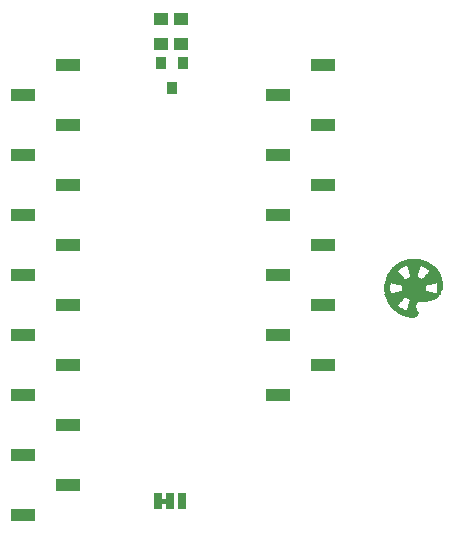
<source format=gbs>
G75*
%MOIN*%
%OFA0B0*%
%FSLAX25Y25*%
%IPPOS*%
%LPD*%
%AMOC8*
5,1,8,0,0,1.08239X$1,22.5*
%
%ADD10R,0.01800X0.00067*%
%ADD11R,0.02060X0.00066*%
%ADD12R,0.02800X0.00067*%
%ADD13R,0.03130X0.00067*%
%ADD14R,0.03400X0.00066*%
%ADD15R,0.03800X0.00067*%
%ADD16R,0.04000X0.00067*%
%ADD17R,0.04400X0.00066*%
%ADD18R,0.04530X0.00067*%
%ADD19R,0.04870X0.00067*%
%ADD20R,0.05000X0.00066*%
%ADD21R,0.05270X0.00067*%
%ADD22R,0.05400X0.00067*%
%ADD23R,0.05600X0.00066*%
%ADD24R,0.05660X0.00067*%
%ADD25R,0.05860X0.00067*%
%ADD26R,0.06070X0.00066*%
%ADD27R,0.06200X0.00067*%
%ADD28R,0.06400X0.00067*%
%ADD29R,0.06470X0.00066*%
%ADD30R,0.06600X0.00067*%
%ADD31R,0.06670X0.00067*%
%ADD32R,0.06800X0.00066*%
%ADD33R,0.06870X0.00067*%
%ADD34R,0.07070X0.00067*%
%ADD35R,0.07140X0.00066*%
%ADD36R,0.07200X0.00067*%
%ADD37R,0.07270X0.00067*%
%ADD38R,0.07400X0.00066*%
%ADD39R,0.07400X0.00067*%
%ADD40R,0.07470X0.00067*%
%ADD41R,0.07530X0.00066*%
%ADD42R,0.03660X0.00067*%
%ADD43R,0.03600X0.00067*%
%ADD44R,0.03540X0.00067*%
%ADD45R,0.03530X0.00066*%
%ADD46R,0.03470X0.00066*%
%ADD47R,0.03530X0.00067*%
%ADD48R,0.03470X0.00067*%
%ADD49R,0.03400X0.00067*%
%ADD50R,0.03340X0.00066*%
%ADD51R,0.03260X0.00067*%
%ADD52R,0.03270X0.00067*%
%ADD53R,0.03200X0.00067*%
%ADD54R,0.03140X0.00066*%
%ADD55R,0.03200X0.00066*%
%ADD56R,0.03060X0.00067*%
%ADD57R,0.03070X0.00067*%
%ADD58R,0.03000X0.00066*%
%ADD59R,0.02940X0.00066*%
%ADD60R,0.02930X0.00067*%
%ADD61R,0.02940X0.00067*%
%ADD62R,0.02870X0.00067*%
%ADD63R,0.02800X0.00066*%
%ADD64R,0.02730X0.00066*%
%ADD65R,0.02730X0.00067*%
%ADD66R,0.02600X0.00066*%
%ADD67R,0.02670X0.00067*%
%ADD68R,0.02600X0.00067*%
%ADD69R,0.02660X0.00067*%
%ADD70R,0.02670X0.00066*%
%ADD71R,0.02530X0.00067*%
%ADD72R,0.02470X0.00067*%
%ADD73R,0.02470X0.00066*%
%ADD74R,0.02400X0.00067*%
%ADD75R,0.02460X0.00066*%
%ADD76R,0.02460X0.00067*%
%ADD77R,0.02740X0.00067*%
%ADD78R,0.02400X0.00066*%
%ADD79R,0.03330X0.00066*%
%ADD80R,0.03600X0.00066*%
%ADD81R,0.02530X0.00066*%
%ADD82R,0.03670X0.00067*%
%ADD83R,0.03930X0.00066*%
%ADD84R,0.04140X0.00067*%
%ADD85R,0.04200X0.00066*%
%ADD86R,0.04330X0.00067*%
%ADD87R,0.04400X0.00067*%
%ADD88R,0.03000X0.00067*%
%ADD89R,0.04530X0.00066*%
%ADD90R,0.04600X0.00067*%
%ADD91R,0.04670X0.00067*%
%ADD92R,0.06130X0.00067*%
%ADD93R,0.04800X0.00066*%
%ADD94R,0.06330X0.00066*%
%ADD95R,0.04930X0.00067*%
%ADD96R,0.06800X0.00067*%
%ADD97R,0.05000X0.00067*%
%ADD98R,0.06940X0.00067*%
%ADD99R,0.07200X0.00066*%
%ADD100R,0.05200X0.00067*%
%ADD101R,0.07330X0.00067*%
%ADD102R,0.05340X0.00067*%
%ADD103R,0.07530X0.00067*%
%ADD104R,0.05400X0.00066*%
%ADD105R,0.07670X0.00066*%
%ADD106R,0.05470X0.00067*%
%ADD107R,0.07870X0.00067*%
%ADD108R,0.05540X0.00067*%
%ADD109R,0.08200X0.00067*%
%ADD110R,0.05660X0.00066*%
%ADD111R,0.08400X0.00066*%
%ADD112R,0.05800X0.00067*%
%ADD113R,0.08800X0.00067*%
%ADD114R,0.05870X0.00067*%
%ADD115R,0.09000X0.00067*%
%ADD116R,0.05930X0.00066*%
%ADD117R,0.09200X0.00066*%
%ADD118R,0.06000X0.00067*%
%ADD119R,0.09460X0.00067*%
%ADD120R,0.06140X0.00067*%
%ADD121R,0.09670X0.00067*%
%ADD122R,0.06200X0.00066*%
%ADD123R,0.09800X0.00066*%
%ADD124R,0.06260X0.00067*%
%ADD125R,0.10070X0.00067*%
%ADD126R,0.06330X0.00067*%
%ADD127R,0.10200X0.00067*%
%ADD128R,0.06400X0.00066*%
%ADD129R,0.10330X0.00066*%
%ADD130R,0.06460X0.00067*%
%ADD131R,0.10530X0.00067*%
%ADD132R,0.17270X0.00067*%
%ADD133R,0.17400X0.00066*%
%ADD134R,0.17540X0.00067*%
%ADD135R,0.17600X0.00067*%
%ADD136R,0.17670X0.00066*%
%ADD137R,0.17740X0.00067*%
%ADD138R,0.17860X0.00066*%
%ADD139R,0.17930X0.00067*%
%ADD140R,0.18000X0.00067*%
%ADD141R,0.18000X0.00066*%
%ADD142R,0.18130X0.00067*%
%ADD143R,0.18200X0.00067*%
%ADD144R,0.18340X0.00066*%
%ADD145R,0.18400X0.00067*%
%ADD146R,0.01870X0.00066*%
%ADD147R,0.14860X0.00066*%
%ADD148R,0.01200X0.00066*%
%ADD149R,0.01870X0.00067*%
%ADD150R,0.14460X0.00067*%
%ADD151R,0.01270X0.00067*%
%ADD152R,0.13940X0.00067*%
%ADD153R,0.01200X0.00067*%
%ADD154R,0.01800X0.00066*%
%ADD155R,0.13140X0.00066*%
%ADD156R,0.12600X0.00067*%
%ADD157R,0.01330X0.00067*%
%ADD158R,0.12200X0.00067*%
%ADD159R,0.01860X0.00066*%
%ADD160R,0.11660X0.00066*%
%ADD161R,0.01330X0.00066*%
%ADD162R,0.01860X0.00067*%
%ADD163R,0.10860X0.00067*%
%ADD164R,0.10340X0.00067*%
%ADD165R,0.01400X0.00067*%
%ADD166R,0.09940X0.00066*%
%ADD167R,0.01460X0.00066*%
%ADD168R,0.01930X0.00067*%
%ADD169R,0.09540X0.00067*%
%ADD170R,0.01460X0.00067*%
%ADD171R,0.08600X0.00067*%
%ADD172R,0.01470X0.00067*%
%ADD173R,0.08200X0.00066*%
%ADD174R,0.01470X0.00066*%
%ADD175R,0.07660X0.00067*%
%ADD176R,0.01540X0.00067*%
%ADD177R,0.07600X0.00067*%
%ADD178R,0.07600X0.00066*%
%ADD179R,0.01540X0.00066*%
%ADD180R,0.01600X0.00067*%
%ADD181R,0.01530X0.00067*%
%ADD182R,0.07730X0.00066*%
%ADD183R,0.01530X0.00066*%
%ADD184R,0.07730X0.00067*%
%ADD185R,0.07800X0.00067*%
%ADD186R,0.07800X0.00066*%
%ADD187R,0.01600X0.00066*%
%ADD188R,0.01670X0.00067*%
%ADD189R,0.01670X0.00066*%
%ADD190R,0.01730X0.00067*%
%ADD191R,0.01730X0.00066*%
%ADD192R,0.07660X0.00066*%
%ADD193R,0.07940X0.00067*%
%ADD194R,0.08340X0.00066*%
%ADD195R,0.08860X0.00067*%
%ADD196R,0.09660X0.00067*%
%ADD197R,0.10200X0.00066*%
%ADD198R,0.01930X0.00066*%
%ADD199R,0.10600X0.00067*%
%ADD200R,0.11140X0.00067*%
%ADD201R,0.11940X0.00066*%
%ADD202R,0.12340X0.00067*%
%ADD203R,0.12860X0.00067*%
%ADD204R,0.13330X0.00066*%
%ADD205R,0.14200X0.00067*%
%ADD206R,0.14600X0.00067*%
%ADD207R,0.02000X0.00067*%
%ADD208R,0.15140X0.00066*%
%ADD209R,0.02000X0.00066*%
%ADD210R,0.19270X0.00067*%
%ADD211R,0.19270X0.00066*%
%ADD212R,0.19200X0.00067*%
%ADD213R,0.19200X0.00066*%
%ADD214R,0.19060X0.00067*%
%ADD215R,0.19000X0.00066*%
%ADD216R,0.18940X0.00067*%
%ADD217R,0.18940X0.00066*%
%ADD218R,0.18870X0.00066*%
%ADD219R,0.05260X0.00067*%
%ADD220R,0.06730X0.00067*%
%ADD221R,0.06670X0.00066*%
%ADD222R,0.04860X0.00067*%
%ADD223R,0.06140X0.00066*%
%ADD224R,0.04460X0.00066*%
%ADD225R,0.04200X0.00067*%
%ADD226R,0.05930X0.00067*%
%ADD227R,0.05870X0.00066*%
%ADD228R,0.03800X0.00066*%
%ADD229R,0.06070X0.00067*%
%ADD230R,0.02340X0.00067*%
%ADD231R,0.02200X0.00066*%
%ADD232R,0.02200X0.00067*%
%ADD233R,0.05600X0.00067*%
%ADD234R,0.02270X0.00067*%
%ADD235R,0.05530X0.00067*%
%ADD236R,0.05060X0.00066*%
%ADD237R,0.02340X0.00066*%
%ADD238R,0.05130X0.00066*%
%ADD239R,0.05070X0.00067*%
%ADD240R,0.04740X0.00067*%
%ADD241R,0.04070X0.00067*%
%ADD242R,0.03860X0.00066*%
%ADD243R,0.02860X0.00066*%
%ADD244R,0.04260X0.00066*%
%ADD245R,0.02860X0.00067*%
%ADD246R,0.02930X0.00066*%
%ADD247R,0.03330X0.00067*%
%ADD248R,0.03730X0.00067*%
%ADD249R,0.03260X0.00066*%
%ADD250R,0.03140X0.00067*%
%ADD251R,0.02540X0.00067*%
%ADD252R,0.03540X0.00066*%
%ADD253R,0.03660X0.00066*%
%ADD254R,0.03130X0.00066*%
%ADD255R,0.02870X0.00066*%
%ADD256R,0.03870X0.00066*%
%ADD257R,0.03940X0.00067*%
%ADD258R,0.04060X0.00066*%
%ADD259R,0.04060X0.00067*%
%ADD260R,0.04130X0.00067*%
%ADD261R,0.03730X0.00066*%
%ADD262R,0.03460X0.00067*%
%ADD263R,0.04270X0.00067*%
%ADD264R,0.04340X0.00067*%
%ADD265R,0.04340X0.00066*%
%ADD266R,0.04460X0.00067*%
%ADD267R,0.12470X0.00066*%
%ADD268R,0.12270X0.00067*%
%ADD269R,0.12130X0.00067*%
%ADD270R,0.12000X0.00066*%
%ADD271R,0.11730X0.00067*%
%ADD272R,0.11600X0.00067*%
%ADD273R,0.11330X0.00066*%
%ADD274R,0.11200X0.00067*%
%ADD275R,0.10930X0.00067*%
%ADD276R,0.10800X0.00066*%
%ADD277R,0.10470X0.00067*%
%ADD278R,0.10330X0.00067*%
%ADD279R,0.10070X0.00066*%
%ADD280R,0.09870X0.00067*%
%ADD281R,0.09530X0.00067*%
%ADD282R,0.09330X0.00066*%
%ADD283R,0.09200X0.00067*%
%ADD284R,0.08670X0.00066*%
%ADD285R,0.08140X0.00067*%
%ADD286R,0.08000X0.00067*%
%ADD287R,0.07340X0.00067*%
%ADD288R,0.06540X0.00066*%
%ADD289R,0.08274X0.04337*%
%ADD290R,0.03550X0.03943*%
%ADD291R,0.04731X0.04337*%
%ADD292R,0.02900X0.05400*%
%ADD293C,0.00500*%
D10*
X0183650Y0109506D03*
X0183650Y0109573D03*
X0183520Y0110706D03*
X0183520Y0110773D03*
X0183520Y0110906D03*
X0183520Y0110973D03*
X0183520Y0111106D03*
X0183520Y0111173D03*
X0183520Y0111306D03*
X0183520Y0111373D03*
X0183650Y0112506D03*
X0183650Y0112573D03*
X0191920Y0101373D03*
X0201120Y0111306D03*
X0201120Y0111373D03*
X0201120Y0111506D03*
X0201120Y0111573D03*
D11*
X0191920Y0101440D03*
D12*
X0191690Y0101506D03*
X0191750Y0104373D03*
X0186490Y0104506D03*
X0186420Y0104573D03*
X0185690Y0116573D03*
X0186490Y0117573D03*
X0199150Y0116773D03*
X0199150Y0116706D03*
D13*
X0198385Y0117506D03*
X0187055Y0117973D03*
X0191655Y0101573D03*
D14*
X0191590Y0101640D03*
X0191850Y0103840D03*
X0192320Y0116840D03*
X0187450Y0118240D03*
D15*
X0188050Y0118573D03*
X0185790Y0115906D03*
X0192320Y0117506D03*
X0192320Y0117573D03*
X0197120Y0118373D03*
X0197250Y0118306D03*
X0199050Y0116106D03*
X0185790Y0106173D03*
X0188050Y0103506D03*
X0191450Y0101706D03*
D16*
X0191420Y0101773D03*
X0185820Y0106306D03*
X0192350Y0114373D03*
X0192350Y0117773D03*
X0196890Y0118506D03*
X0199020Y0115973D03*
X0185820Y0115773D03*
D17*
X0185890Y0115440D03*
X0191290Y0101840D03*
D18*
X0191285Y0101906D03*
D19*
X0191185Y0101973D03*
D20*
X0191190Y0102040D03*
X0185990Y0107040D03*
X0192320Y0114040D03*
X0192450Y0120440D03*
D21*
X0198785Y0115106D03*
X0191055Y0102106D03*
D22*
X0191050Y0102173D03*
D23*
X0190950Y0102240D03*
X0186090Y0114640D03*
X0198750Y0114840D03*
D24*
X0198720Y0114773D03*
X0190920Y0102306D03*
X0186120Y0114573D03*
D25*
X0192420Y0120306D03*
X0190820Y0102373D03*
D26*
X0190785Y0102440D03*
D27*
X0190790Y0102506D03*
X0198590Y0114373D03*
D28*
X0190690Y0102573D03*
D29*
X0190655Y0102640D03*
D30*
X0190590Y0102706D03*
X0186320Y0113906D03*
X0198520Y0114106D03*
D31*
X0190555Y0102773D03*
D32*
X0190490Y0102840D03*
D33*
X0190455Y0102906D03*
D34*
X0190355Y0102973D03*
D35*
X0190320Y0103040D03*
D36*
X0190290Y0103106D03*
D37*
X0190255Y0103173D03*
D38*
X0190190Y0103240D03*
D39*
X0190120Y0103306D03*
D40*
X0190085Y0103373D03*
D41*
X0189985Y0103440D03*
X0192455Y0120040D03*
D42*
X0192320Y0117306D03*
X0192320Y0117173D03*
X0187920Y0118506D03*
X0191920Y0103506D03*
D43*
X0187890Y0103573D03*
X0192350Y0117106D03*
X0197490Y0118173D03*
D44*
X0192320Y0116973D03*
X0192320Y0116906D03*
X0192320Y0114506D03*
X0191920Y0103573D03*
D45*
X0187785Y0103640D03*
D46*
X0191885Y0103640D03*
X0197685Y0118040D03*
D47*
X0197585Y0118106D03*
X0185785Y0105973D03*
X0187655Y0103706D03*
D48*
X0187555Y0103773D03*
X0191885Y0103706D03*
X0185755Y0116106D03*
X0187685Y0118373D03*
X0199085Y0116306D03*
D49*
X0199120Y0116373D03*
X0197850Y0117906D03*
X0197790Y0117973D03*
X0192320Y0116773D03*
X0185790Y0105906D03*
X0191920Y0103773D03*
D50*
X0187420Y0103840D03*
D51*
X0187320Y0103906D03*
X0192320Y0114573D03*
X0192320Y0116573D03*
D52*
X0187255Y0118106D03*
X0198055Y0117773D03*
X0192655Y0106706D03*
X0191855Y0103906D03*
D53*
X0191820Y0103973D03*
X0187220Y0103973D03*
X0185750Y0105773D03*
X0192350Y0116373D03*
X0192350Y0116506D03*
X0198150Y0117706D03*
D54*
X0192320Y0116440D03*
X0192320Y0116240D03*
X0187120Y0104040D03*
D55*
X0191820Y0104040D03*
X0192620Y0106640D03*
X0198220Y0117640D03*
X0187150Y0118040D03*
D56*
X0198620Y0117306D03*
X0191820Y0104173D03*
X0191820Y0104106D03*
X0187020Y0104106D03*
D57*
X0186955Y0104173D03*
X0185755Y0105706D03*
X0192355Y0116173D03*
X0186955Y0117906D03*
X0198555Y0117373D03*
X0199155Y0116573D03*
D58*
X0198650Y0117240D03*
X0192320Y0114640D03*
X0186850Y0117840D03*
X0185720Y0105640D03*
X0186850Y0104240D03*
D59*
X0191820Y0104240D03*
D60*
X0186755Y0104306D03*
X0185685Y0105573D03*
X0198755Y0117173D03*
X0198955Y0116973D03*
D61*
X0198820Y0117106D03*
X0192420Y0106506D03*
X0191820Y0104306D03*
D62*
X0186655Y0104373D03*
X0186655Y0117706D03*
X0198985Y0116906D03*
D63*
X0199090Y0116840D03*
X0192420Y0106440D03*
X0186550Y0104440D03*
X0186350Y0104640D03*
D64*
X0191785Y0104440D03*
X0186385Y0117440D03*
D65*
X0186455Y0117506D03*
X0191785Y0104573D03*
X0191785Y0104506D03*
D66*
X0191790Y0104640D03*
X0191790Y0104840D03*
X0192250Y0106240D03*
X0185920Y0105040D03*
X0192320Y0115440D03*
D67*
X0186085Y0117173D03*
X0186285Y0104706D03*
X0192285Y0106306D03*
D68*
X0192190Y0106173D03*
X0191790Y0104773D03*
X0191790Y0104706D03*
X0185990Y0104973D03*
X0192320Y0114706D03*
X0192320Y0115373D03*
X0192320Y0115506D03*
X0192320Y0115573D03*
X0185990Y0117106D03*
D69*
X0186220Y0117306D03*
X0186220Y0104773D03*
D70*
X0186155Y0104840D03*
X0185685Y0105440D03*
X0185685Y0116640D03*
X0186155Y0117240D03*
X0192355Y0115640D03*
D71*
X0192355Y0115306D03*
X0185885Y0116973D03*
X0185685Y0116706D03*
X0185685Y0105373D03*
X0185885Y0105106D03*
X0186085Y0104906D03*
X0191755Y0104906D03*
X0192085Y0105973D03*
X0192155Y0106106D03*
D72*
X0192055Y0105906D03*
X0191985Y0105773D03*
X0191785Y0105106D03*
X0191785Y0104973D03*
X0185785Y0105173D03*
D73*
X0191785Y0105040D03*
X0191855Y0105240D03*
X0192055Y0105840D03*
D74*
X0191950Y0105706D03*
X0191950Y0105573D03*
X0191890Y0105373D03*
X0191890Y0105306D03*
X0191820Y0105173D03*
X0192350Y0115106D03*
X0192420Y0120706D03*
D75*
X0192320Y0115240D03*
X0191920Y0105440D03*
X0185720Y0105240D03*
D76*
X0185720Y0105306D03*
X0191920Y0105506D03*
X0192320Y0115173D03*
X0185720Y0116773D03*
D77*
X0186320Y0117373D03*
X0192320Y0115773D03*
X0192320Y0115706D03*
X0192320Y0106373D03*
X0185720Y0105506D03*
D78*
X0191950Y0105640D03*
D79*
X0185755Y0105840D03*
X0197955Y0117840D03*
D80*
X0199090Y0116240D03*
X0187820Y0118440D03*
X0185750Y0116040D03*
X0185750Y0106040D03*
D81*
X0192155Y0106040D03*
X0185755Y0116840D03*
X0185955Y0117040D03*
D82*
X0185785Y0115973D03*
X0185785Y0106106D03*
D83*
X0185785Y0106240D03*
X0199055Y0116040D03*
D84*
X0199020Y0115906D03*
X0185820Y0106373D03*
D85*
X0185850Y0106440D03*
X0185850Y0115640D03*
X0192320Y0118040D03*
X0192320Y0118240D03*
D86*
X0185855Y0115573D03*
X0185855Y0106506D03*
X0198985Y0115706D03*
X0198985Y0115773D03*
D87*
X0192350Y0120506D03*
X0185890Y0115506D03*
X0185890Y0106573D03*
D88*
X0192520Y0106573D03*
X0192320Y0116106D03*
X0186790Y0117773D03*
X0185720Y0116373D03*
D89*
X0185885Y0106640D03*
X0198955Y0115640D03*
D90*
X0192320Y0118573D03*
X0185920Y0115373D03*
X0185920Y0106706D03*
D91*
X0185955Y0106773D03*
X0192355Y0114173D03*
X0185955Y0115306D03*
X0198955Y0115573D03*
D92*
X0194155Y0106773D03*
D93*
X0185950Y0106840D03*
X0185950Y0115240D03*
X0198890Y0115440D03*
D94*
X0194255Y0106840D03*
D95*
X0185955Y0106906D03*
X0185955Y0115173D03*
X0198885Y0115373D03*
D96*
X0198490Y0113906D03*
X0194550Y0106906D03*
D97*
X0185990Y0106973D03*
X0185990Y0115106D03*
D98*
X0194620Y0106973D03*
D99*
X0194750Y0107040D03*
D100*
X0192350Y0113973D03*
X0186020Y0114973D03*
X0186020Y0107106D03*
X0198820Y0115173D03*
D101*
X0194885Y0107106D03*
D102*
X0186020Y0107173D03*
X0186020Y0114906D03*
D103*
X0194985Y0107173D03*
D104*
X0198790Y0115040D03*
X0186050Y0114840D03*
X0186050Y0107240D03*
D105*
X0195055Y0107240D03*
D106*
X0186085Y0107306D03*
X0186085Y0114773D03*
D107*
X0195085Y0107306D03*
D108*
X0186120Y0107373D03*
X0186120Y0114706D03*
D109*
X0195050Y0107373D03*
D110*
X0186120Y0107440D03*
D111*
X0195020Y0107440D03*
D112*
X0198720Y0114706D03*
X0186120Y0114506D03*
X0186120Y0107506D03*
D113*
X0195020Y0107506D03*
X0192490Y0119773D03*
D114*
X0186155Y0107573D03*
D115*
X0194990Y0107573D03*
D116*
X0186185Y0107640D03*
D117*
X0195020Y0107640D03*
D118*
X0186220Y0107706D03*
X0186220Y0114306D03*
D119*
X0195020Y0107706D03*
D120*
X0186220Y0107773D03*
D121*
X0194985Y0107773D03*
D122*
X0186250Y0107840D03*
D123*
X0194990Y0107840D03*
D124*
X0186220Y0107906D03*
X0186220Y0114173D03*
D125*
X0194985Y0107906D03*
D126*
X0198585Y0114306D03*
X0186255Y0114106D03*
X0186255Y0107973D03*
D127*
X0194990Y0107973D03*
D128*
X0198550Y0114240D03*
X0186290Y0114040D03*
X0186290Y0108040D03*
D129*
X0194985Y0108040D03*
D130*
X0198520Y0114173D03*
X0186320Y0113973D03*
X0186320Y0108106D03*
D131*
X0194955Y0108106D03*
D132*
X0191655Y0108173D03*
D133*
X0191720Y0108240D03*
D134*
X0191720Y0108306D03*
D135*
X0191750Y0108373D03*
D136*
X0191785Y0108440D03*
D137*
X0191820Y0108506D03*
X0191820Y0108573D03*
D138*
X0191820Y0108640D03*
D139*
X0191855Y0108706D03*
D140*
X0191890Y0108773D03*
D141*
X0191890Y0108840D03*
D142*
X0191885Y0108906D03*
D143*
X0191920Y0108973D03*
D144*
X0191920Y0109040D03*
D145*
X0191950Y0109106D03*
X0191950Y0109173D03*
D146*
X0183685Y0109240D03*
X0183555Y0110040D03*
X0183555Y0110240D03*
X0183555Y0110440D03*
X0183555Y0110640D03*
X0183555Y0111440D03*
X0183555Y0111640D03*
X0183555Y0111840D03*
X0183555Y0112040D03*
X0183685Y0112840D03*
X0201085Y0112040D03*
X0201085Y0111840D03*
D147*
X0192320Y0109240D03*
D148*
X0200620Y0109240D03*
X0200690Y0109440D03*
D149*
X0201085Y0111706D03*
X0201085Y0111773D03*
X0201085Y0111906D03*
X0201085Y0111973D03*
X0201085Y0112106D03*
X0183685Y0112706D03*
X0183685Y0112773D03*
X0183555Y0111973D03*
X0183555Y0111906D03*
X0183555Y0111773D03*
X0183555Y0111706D03*
X0183555Y0111573D03*
X0183555Y0111506D03*
X0183555Y0110573D03*
X0183555Y0110506D03*
X0183555Y0110373D03*
X0183555Y0110306D03*
X0183555Y0110173D03*
X0183555Y0110106D03*
X0183685Y0109373D03*
X0183685Y0109306D03*
D150*
X0192320Y0109306D03*
D151*
X0200655Y0109306D03*
D152*
X0192320Y0109373D03*
D153*
X0200690Y0109373D03*
D154*
X0201120Y0111240D03*
X0201120Y0111440D03*
X0201120Y0111640D03*
X0183650Y0112440D03*
X0183650Y0112640D03*
X0183520Y0111240D03*
X0183520Y0111040D03*
X0183520Y0110840D03*
X0183650Y0109440D03*
D155*
X0192320Y0109440D03*
D156*
X0192320Y0109506D03*
D157*
X0200685Y0109506D03*
X0200755Y0109573D03*
X0200755Y0109706D03*
D158*
X0192320Y0109573D03*
D159*
X0183620Y0109640D03*
X0183620Y0109840D03*
X0183620Y0112240D03*
D160*
X0192320Y0109640D03*
D161*
X0200755Y0109640D03*
D162*
X0183620Y0109706D03*
X0183620Y0109773D03*
X0183620Y0112306D03*
X0183620Y0112373D03*
D163*
X0192320Y0109706D03*
D164*
X0192320Y0109773D03*
D165*
X0200790Y0109773D03*
D166*
X0192320Y0109840D03*
D167*
X0200820Y0109840D03*
D168*
X0201055Y0112173D03*
X0201055Y0112306D03*
X0201055Y0112373D03*
X0201055Y0112506D03*
X0201055Y0112573D03*
X0201055Y0112706D03*
X0183585Y0112173D03*
X0183585Y0112106D03*
X0183585Y0109973D03*
X0183585Y0109906D03*
D169*
X0192320Y0109906D03*
D170*
X0200820Y0109906D03*
D171*
X0192320Y0109973D03*
D172*
X0200885Y0109973D03*
D173*
X0192320Y0110040D03*
D174*
X0200885Y0110040D03*
D175*
X0192320Y0110106D03*
X0192320Y0110306D03*
X0192320Y0110373D03*
X0192320Y0111706D03*
X0192320Y0111773D03*
D176*
X0200920Y0110173D03*
X0200920Y0110106D03*
D177*
X0192350Y0110173D03*
X0192350Y0111906D03*
D178*
X0192350Y0111840D03*
X0192350Y0110240D03*
D179*
X0200920Y0110240D03*
D180*
X0200950Y0110306D03*
X0201020Y0110573D03*
X0201020Y0110706D03*
D181*
X0200985Y0110506D03*
X0200985Y0110373D03*
D182*
X0192355Y0110440D03*
D183*
X0200985Y0110440D03*
D184*
X0192355Y0110506D03*
X0192355Y0111573D03*
D185*
X0192320Y0111506D03*
X0192320Y0111373D03*
X0192320Y0111306D03*
X0192320Y0111173D03*
X0192320Y0111106D03*
X0192320Y0110973D03*
X0192320Y0110906D03*
X0192320Y0110773D03*
X0192320Y0110706D03*
X0192320Y0110573D03*
D186*
X0192320Y0110640D03*
X0192320Y0110840D03*
X0192320Y0111040D03*
X0192320Y0111240D03*
X0192320Y0111440D03*
D187*
X0201020Y0110640D03*
D188*
X0201055Y0110773D03*
X0201055Y0110906D03*
D189*
X0201055Y0110840D03*
D190*
X0201085Y0110973D03*
X0201085Y0111106D03*
X0201085Y0111173D03*
D191*
X0201085Y0111040D03*
D192*
X0192320Y0111640D03*
D193*
X0192320Y0111973D03*
D194*
X0192320Y0112040D03*
D195*
X0192320Y0112106D03*
D196*
X0192320Y0112173D03*
D197*
X0192320Y0112240D03*
D198*
X0201055Y0112240D03*
X0201055Y0112440D03*
X0201055Y0112640D03*
D199*
X0192320Y0112306D03*
D200*
X0192320Y0112373D03*
D201*
X0192320Y0112440D03*
D202*
X0192320Y0112506D03*
D203*
X0192320Y0112573D03*
D204*
X0192355Y0112640D03*
D205*
X0192320Y0112706D03*
D206*
X0192320Y0112773D03*
D207*
X0201020Y0112773D03*
D208*
X0192320Y0112840D03*
D209*
X0201020Y0112840D03*
D210*
X0192385Y0112906D03*
X0192385Y0112973D03*
D211*
X0192385Y0113040D03*
D212*
X0192420Y0113106D03*
X0192420Y0113173D03*
D213*
X0192420Y0113240D03*
D214*
X0192420Y0113306D03*
X0192420Y0113373D03*
D215*
X0192390Y0113440D03*
D216*
X0192420Y0113506D03*
X0192420Y0113573D03*
X0192420Y0113706D03*
X0192420Y0113773D03*
D217*
X0192420Y0113640D03*
D218*
X0192455Y0113840D03*
D219*
X0192320Y0113906D03*
D220*
X0198455Y0113973D03*
X0192455Y0120173D03*
D221*
X0198485Y0114040D03*
D222*
X0192320Y0114106D03*
D223*
X0186220Y0114240D03*
X0198620Y0114440D03*
D224*
X0192320Y0114240D03*
D225*
X0192320Y0114306D03*
X0192320Y0118106D03*
X0192320Y0118173D03*
D226*
X0186185Y0114373D03*
X0198655Y0114573D03*
D227*
X0198685Y0114640D03*
X0186155Y0114440D03*
D228*
X0192320Y0114440D03*
X0192320Y0117440D03*
D229*
X0198655Y0114506D03*
D230*
X0192320Y0114773D03*
D231*
X0192320Y0114840D03*
D232*
X0192320Y0114906D03*
D233*
X0192420Y0120373D03*
X0198750Y0114906D03*
D234*
X0192355Y0114973D03*
D235*
X0198785Y0114973D03*
D236*
X0186020Y0115040D03*
D237*
X0192320Y0115040D03*
D238*
X0198855Y0115240D03*
D239*
X0198885Y0115306D03*
D240*
X0198920Y0115506D03*
D241*
X0192385Y0120573D03*
X0185855Y0115706D03*
D242*
X0185820Y0115840D03*
X0197020Y0118440D03*
D243*
X0192320Y0115840D03*
D244*
X0199020Y0115840D03*
D245*
X0192320Y0115906D03*
X0192320Y0115973D03*
X0185720Y0116506D03*
D246*
X0185685Y0116440D03*
X0192355Y0116040D03*
X0192355Y0120640D03*
X0198885Y0117040D03*
X0199155Y0116640D03*
D247*
X0192355Y0116706D03*
X0187355Y0118173D03*
X0185755Y0116173D03*
D248*
X0192355Y0117373D03*
X0199085Y0116173D03*
D249*
X0199120Y0116440D03*
X0192320Y0116640D03*
X0185720Y0116240D03*
D250*
X0185720Y0116306D03*
X0192320Y0116306D03*
X0198320Y0117573D03*
X0199120Y0116506D03*
D251*
X0185820Y0116906D03*
D252*
X0192320Y0117040D03*
D253*
X0192320Y0117240D03*
D254*
X0198455Y0117440D03*
D255*
X0186585Y0117640D03*
D256*
X0192355Y0117640D03*
D257*
X0192320Y0117706D03*
D258*
X0192320Y0117840D03*
D259*
X0192320Y0117906D03*
D260*
X0192355Y0117973D03*
X0196755Y0118573D03*
D261*
X0197355Y0118240D03*
D262*
X0187620Y0118306D03*
D263*
X0192355Y0118306D03*
D264*
X0192320Y0118373D03*
D265*
X0192320Y0118440D03*
D266*
X0192320Y0118506D03*
D267*
X0192455Y0118640D03*
D268*
X0192485Y0118706D03*
D269*
X0192485Y0118773D03*
D270*
X0192490Y0118840D03*
D271*
X0192485Y0118906D03*
D272*
X0192490Y0118973D03*
D273*
X0192485Y0119040D03*
D274*
X0192490Y0119106D03*
D275*
X0192485Y0119173D03*
D276*
X0192490Y0119240D03*
D277*
X0192455Y0119306D03*
D278*
X0192455Y0119373D03*
D279*
X0192455Y0119440D03*
D280*
X0192485Y0119506D03*
D281*
X0192455Y0119573D03*
D282*
X0192485Y0119640D03*
D283*
X0192490Y0119706D03*
D284*
X0192485Y0119840D03*
D285*
X0192420Y0119906D03*
D286*
X0192420Y0119973D03*
D287*
X0192420Y0120106D03*
D288*
X0192420Y0120240D03*
D289*
X0062188Y0035736D03*
X0077188Y0045736D03*
X0062188Y0055736D03*
X0077188Y0065736D03*
X0062188Y0075736D03*
X0077188Y0085736D03*
X0062188Y0095736D03*
X0077188Y0105736D03*
X0062188Y0115736D03*
X0077188Y0125736D03*
X0062188Y0135736D03*
X0077188Y0145736D03*
X0062188Y0155736D03*
X0077188Y0165736D03*
X0062188Y0175736D03*
X0077188Y0185736D03*
X0147223Y0175665D03*
X0162223Y0165665D03*
X0147223Y0155665D03*
X0162223Y0145665D03*
X0147223Y0135665D03*
X0162223Y0125665D03*
X0147223Y0115665D03*
X0162223Y0105665D03*
X0147223Y0095665D03*
X0162223Y0085665D03*
X0147223Y0075665D03*
X0162223Y0185665D03*
D290*
X0115535Y0186326D03*
X0108054Y0186326D03*
X0111794Y0178059D03*
D291*
X0114787Y0192800D03*
X0108094Y0192800D03*
X0108229Y0200848D03*
X0114922Y0200848D03*
D292*
X0115033Y0040272D03*
X0111033Y0040272D03*
X0107033Y0040272D03*
D293*
X0108283Y0040030D02*
X0109783Y0040030D01*
X0109783Y0039772D02*
X0109783Y0040772D01*
X0108283Y0040772D01*
X0108283Y0039772D01*
X0109783Y0039772D01*
X0109783Y0040529D02*
X0108283Y0040529D01*
M02*

</source>
